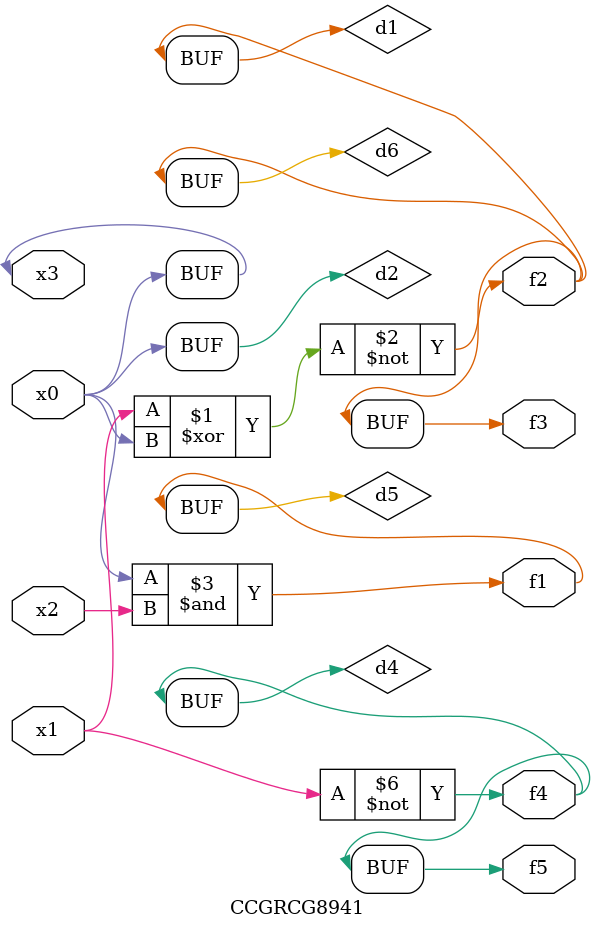
<source format=v>
module CCGRCG8941(
	input x0, x1, x2, x3,
	output f1, f2, f3, f4, f5
);

	wire d1, d2, d3, d4, d5, d6;

	xnor (d1, x1, x3);
	buf (d2, x0, x3);
	nand (d3, x0, x2);
	not (d4, x1);
	nand (d5, d3);
	or (d6, d1);
	assign f1 = d5;
	assign f2 = d6;
	assign f3 = d6;
	assign f4 = d4;
	assign f5 = d4;
endmodule

</source>
